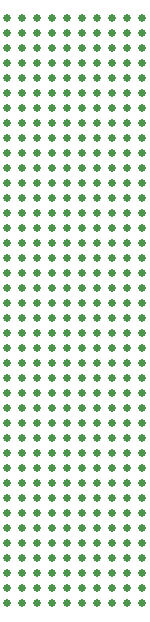
<source format=gbr>
%TF.GenerationSoftware,KiCad,Pcbnew,(6.0.9-0)*%
%TF.CreationDate,2022-12-19T16:35:09-05:00*%
%TF.ProjectId,ember-pcb,656d6265-722d-4706-9362-2e6b69636164,rev?*%
%TF.SameCoordinates,Original*%
%TF.FileFunction,Paste,Bot*%
%TF.FilePolarity,Positive*%
%FSLAX46Y46*%
G04 Gerber Fmt 4.6, Leading zero omitted, Abs format (unit mm)*
G04 Created by KiCad (PCBNEW (6.0.9-0)) date 2022-12-19 16:35:09*
%MOMM*%
%LPD*%
G01*
G04 APERTURE LIST*
%ADD10C,0.640000*%
G04 APERTURE END LIST*
D10*
%TO.C,J1*%
X76230000Y-118320000D03*
X76230000Y-117050000D03*
X76230000Y-115780000D03*
X76230000Y-114510000D03*
X76230000Y-113240000D03*
X76230000Y-111970000D03*
X76230000Y-110700000D03*
X76230000Y-109430000D03*
X76230000Y-108160000D03*
X76230000Y-106890000D03*
X76230000Y-105620000D03*
X76230000Y-104350000D03*
X76230000Y-103080000D03*
X76230000Y-101810000D03*
X76230000Y-100540000D03*
X76230000Y-99270000D03*
X76230000Y-98000000D03*
X76230000Y-96730000D03*
X76230000Y-95460000D03*
X76230000Y-94195000D03*
X76230000Y-92915000D03*
X76230000Y-91650000D03*
X76230000Y-90380000D03*
X76230000Y-89110000D03*
X76230000Y-87840000D03*
X76230000Y-86570000D03*
X76230000Y-85300000D03*
X76230000Y-84030000D03*
X76230000Y-82760000D03*
X76230000Y-81490000D03*
X76230000Y-80220000D03*
X76230000Y-78950000D03*
X76230000Y-77680000D03*
X76230000Y-76410000D03*
X76230000Y-75140000D03*
X76230000Y-73870000D03*
X76230000Y-72600000D03*
X76230000Y-71330000D03*
X76230000Y-70060000D03*
X76230000Y-68790000D03*
X77500000Y-118320000D03*
X77500000Y-117050000D03*
X77500000Y-115780000D03*
X77500000Y-114510000D03*
X77500000Y-113240000D03*
X77500000Y-111970000D03*
X77500000Y-110700000D03*
X77500000Y-109430000D03*
X77500000Y-108160000D03*
X77500000Y-106890000D03*
X77500000Y-105620000D03*
X77500000Y-104350000D03*
X77500000Y-103080000D03*
X77500000Y-101810000D03*
X77500000Y-100540000D03*
X77500000Y-99270000D03*
X77500000Y-98000000D03*
X77500000Y-96730000D03*
X77500000Y-95460000D03*
X77500000Y-94195000D03*
X77500000Y-92915000D03*
X77500000Y-91650000D03*
X77500000Y-90380000D03*
X77500000Y-89110000D03*
X77500000Y-87840000D03*
X77500000Y-86570000D03*
X77500000Y-85300000D03*
X77500000Y-84030000D03*
X77500000Y-82760000D03*
X77500000Y-81490000D03*
X77500000Y-80220000D03*
X77500000Y-78950000D03*
X77500000Y-77680000D03*
X77500000Y-76410000D03*
X77500000Y-75140000D03*
X77500000Y-73870000D03*
X77500000Y-72600000D03*
X77500000Y-71330000D03*
X77500000Y-70060000D03*
X77500000Y-68790000D03*
X78770000Y-118320000D03*
X78770000Y-117050000D03*
X78770000Y-115780000D03*
X78770000Y-114510000D03*
X78770000Y-113240000D03*
X78770000Y-111970000D03*
X78770000Y-110700000D03*
X78770000Y-109430000D03*
X78770000Y-108160000D03*
X78770000Y-106890000D03*
X78770000Y-105620000D03*
X78770000Y-104350000D03*
X78770000Y-103080000D03*
X78770000Y-101810000D03*
X78770000Y-100540000D03*
X78770000Y-99270000D03*
X78770000Y-98000000D03*
X78770000Y-96730000D03*
X78770000Y-95460000D03*
X78770000Y-94195000D03*
X78770000Y-92915000D03*
X78770000Y-91650000D03*
X78770000Y-90380000D03*
X78770000Y-89110000D03*
X78770000Y-87840000D03*
X78770000Y-86570000D03*
X78770000Y-85300000D03*
X78770000Y-84030000D03*
X78770000Y-82760000D03*
X78770000Y-81490000D03*
X78770000Y-80220000D03*
X78770000Y-78950000D03*
X78770000Y-77680000D03*
X78770000Y-76410000D03*
X78770000Y-75140000D03*
X78770000Y-73870000D03*
X78770000Y-72600000D03*
X78770000Y-71330000D03*
X78770000Y-70060000D03*
X78770000Y-68790000D03*
X80040000Y-118320000D03*
X80040000Y-117050000D03*
X80040000Y-115780000D03*
X80040000Y-114510000D03*
X80040000Y-113240000D03*
X80040000Y-111970000D03*
X80040000Y-110700000D03*
X80040000Y-109430000D03*
X80040000Y-108160000D03*
X80040000Y-106890000D03*
X80040000Y-105620000D03*
X80040000Y-104350000D03*
X80040000Y-103080000D03*
X80040000Y-101810000D03*
X80040000Y-100540000D03*
X80040000Y-99270000D03*
X80040000Y-98000000D03*
X80040000Y-96730000D03*
X80040000Y-95460000D03*
X80040000Y-94195000D03*
X80040000Y-92915000D03*
X80040000Y-91650000D03*
X80040000Y-90380000D03*
X80040000Y-89110000D03*
X80040000Y-87840000D03*
X80040000Y-86570000D03*
X80040000Y-85300000D03*
X80040000Y-84030000D03*
X80040000Y-82760000D03*
X80040000Y-81490000D03*
X80040000Y-80220000D03*
X80040000Y-78950000D03*
X80040000Y-77680000D03*
X80040000Y-76410000D03*
X80040000Y-75140000D03*
X80040000Y-73870000D03*
X80040000Y-72600000D03*
X80040000Y-71330000D03*
X80040000Y-70060000D03*
X80040000Y-68790000D03*
X81305000Y-118320000D03*
X81305000Y-117050000D03*
X81305000Y-115780000D03*
X81305000Y-114510000D03*
X81305000Y-113240000D03*
X81305000Y-111970000D03*
X81305000Y-110700000D03*
X81305000Y-109430000D03*
X81305000Y-108160000D03*
X81305000Y-106890000D03*
X81305000Y-105620000D03*
X81305000Y-104350000D03*
X81305000Y-103080000D03*
X81305000Y-101810000D03*
X81305000Y-100540000D03*
X81305000Y-99270000D03*
X81305000Y-98000000D03*
X81305000Y-96730000D03*
X81305000Y-95460000D03*
X81305000Y-94195000D03*
X81305000Y-92915000D03*
X81305000Y-91650000D03*
X81305000Y-90380000D03*
X81305000Y-89110000D03*
X81305000Y-87840000D03*
X81305000Y-86570000D03*
X81305000Y-85300000D03*
X81305000Y-84030000D03*
X81305000Y-82760000D03*
X81305000Y-81490000D03*
X81305000Y-80220000D03*
X81305000Y-78950000D03*
X81305000Y-77680000D03*
X81305000Y-76410000D03*
X81305000Y-75140000D03*
X81305000Y-73870000D03*
X81305000Y-72600000D03*
X81305000Y-71330000D03*
X81305000Y-70060000D03*
X81305000Y-68790000D03*
X82585000Y-118320000D03*
X82585000Y-117050000D03*
X82585000Y-115780000D03*
X82585000Y-114510000D03*
X82585000Y-113240000D03*
X82585000Y-111970000D03*
X82585000Y-110700000D03*
X82585000Y-109430000D03*
X82585000Y-108160000D03*
X82585000Y-106890000D03*
X82585000Y-105620000D03*
X82585000Y-104350000D03*
X82585000Y-103080000D03*
X82585000Y-101810000D03*
X82585000Y-100540000D03*
X82585000Y-99270000D03*
X82585000Y-98000000D03*
X82585000Y-96730000D03*
X82585000Y-95460000D03*
X82585000Y-94195000D03*
X82585000Y-92915000D03*
X82585000Y-91650000D03*
X82585000Y-90380000D03*
X82585000Y-89110000D03*
X82585000Y-87840000D03*
X82585000Y-86570000D03*
X82585000Y-85300000D03*
X82585000Y-84030000D03*
X82585000Y-82760000D03*
X82585000Y-81490000D03*
X82585000Y-80220000D03*
X82585000Y-78950000D03*
X82585000Y-77680000D03*
X82585000Y-76410000D03*
X82585000Y-75140000D03*
X82585000Y-73870000D03*
X82585000Y-72600000D03*
X82585000Y-71330000D03*
X82585000Y-70060000D03*
X82585000Y-68790000D03*
X83850000Y-118320000D03*
X83850000Y-117050000D03*
X83850000Y-115780000D03*
X83850000Y-114510000D03*
X83850000Y-113240000D03*
X83850000Y-111970000D03*
X83850000Y-110700000D03*
X83850000Y-109430000D03*
X83850000Y-108160000D03*
X83850000Y-106890000D03*
X83850000Y-105620000D03*
X83850000Y-104350000D03*
X83850000Y-103080000D03*
X83850000Y-101810000D03*
X83850000Y-100540000D03*
X83850000Y-99270000D03*
X83850000Y-98000000D03*
X83850000Y-96730000D03*
X83850000Y-95460000D03*
X83850000Y-94195000D03*
X83850000Y-92915000D03*
X83850000Y-91650000D03*
X83850000Y-90380000D03*
X83850000Y-89110000D03*
X83850000Y-87840000D03*
X83850000Y-86570000D03*
X83850000Y-85300000D03*
X83850000Y-84030000D03*
X83850000Y-82760000D03*
X83850000Y-81490000D03*
X83850000Y-80220000D03*
X83850000Y-78950000D03*
X83850000Y-77680000D03*
X83850000Y-76410000D03*
X83850000Y-75140000D03*
X83850000Y-73870000D03*
X83850000Y-72600000D03*
X83850000Y-71330000D03*
X83850000Y-70060000D03*
X83850000Y-68790000D03*
X85120000Y-118320000D03*
X85120000Y-117050000D03*
X85120000Y-115780000D03*
X85120000Y-114510000D03*
X85120000Y-113240000D03*
X85120000Y-111970000D03*
X85120000Y-110700000D03*
X85120000Y-109430000D03*
X85120000Y-108160000D03*
X85120000Y-106890000D03*
X85120000Y-105620000D03*
X85120000Y-104350000D03*
X85120000Y-103080000D03*
X85120000Y-101810000D03*
X85120000Y-100540000D03*
X85120000Y-99270000D03*
X85120000Y-98000000D03*
X85120000Y-96730000D03*
X85120000Y-95460000D03*
X85120000Y-94195000D03*
X85120000Y-92915000D03*
X85120000Y-91650000D03*
X85120000Y-90380000D03*
X85120000Y-89110000D03*
X85120000Y-87840000D03*
X85120000Y-86570000D03*
X85120000Y-85300000D03*
X85120000Y-84030000D03*
X85120000Y-82760000D03*
X85120000Y-81490000D03*
X85120000Y-80220000D03*
X85120000Y-78950000D03*
X85120000Y-77680000D03*
X85120000Y-76410000D03*
X85120000Y-75140000D03*
X85120000Y-73870000D03*
X85120000Y-72600000D03*
X85120000Y-71330000D03*
X85120000Y-70060000D03*
X85120000Y-68790000D03*
X86390000Y-118320000D03*
X86390000Y-117050000D03*
X86390000Y-115780000D03*
X86390000Y-114510000D03*
X86390000Y-113240000D03*
X86390000Y-111970000D03*
X86390000Y-110700000D03*
X86390000Y-109430000D03*
X86390000Y-108160000D03*
X86390000Y-106890000D03*
X86390000Y-105620000D03*
X86390000Y-104350000D03*
X86390000Y-103080000D03*
X86390000Y-101810000D03*
X86390000Y-100540000D03*
X86390000Y-99270000D03*
X86390000Y-98000000D03*
X86390000Y-96730000D03*
X86390000Y-95460000D03*
X86390000Y-94195000D03*
X86390000Y-92915000D03*
X86390000Y-91650000D03*
X86390000Y-90380000D03*
X86390000Y-89110000D03*
X86390000Y-87840000D03*
X86390000Y-86570000D03*
X86390000Y-85300000D03*
X86390000Y-84030000D03*
X86390000Y-82760000D03*
X86390000Y-81490000D03*
X86390000Y-80220000D03*
X86390000Y-78950000D03*
X86390000Y-77680000D03*
X86390000Y-76410000D03*
X86390000Y-75140000D03*
X86390000Y-73870000D03*
X86390000Y-72600000D03*
X86390000Y-71330000D03*
X86390000Y-70060000D03*
X86390000Y-68790000D03*
X87660000Y-118320000D03*
X87660000Y-117050000D03*
X87660000Y-115780000D03*
X87660000Y-114510000D03*
X87660000Y-113240000D03*
X87660000Y-111970000D03*
X87660000Y-110700000D03*
X87660000Y-109430000D03*
X87660000Y-108160000D03*
X87660000Y-106890000D03*
X87660000Y-105620000D03*
X87660000Y-104350000D03*
X87660000Y-103080000D03*
X87660000Y-101810000D03*
X87660000Y-100540000D03*
X87660000Y-99270000D03*
X87660000Y-98000000D03*
X87660000Y-96730000D03*
X87660000Y-95460000D03*
X87660000Y-94195000D03*
X87660000Y-92915000D03*
X87660000Y-91650000D03*
X87660000Y-90380000D03*
X87660000Y-89110000D03*
X87660000Y-87840000D03*
X87660000Y-86570000D03*
X87660000Y-85300000D03*
X87660000Y-84030000D03*
X87660000Y-82760000D03*
X87660000Y-81490000D03*
X87660000Y-80220000D03*
X87660000Y-78950000D03*
X87660000Y-77680000D03*
X87660000Y-76410000D03*
X87660000Y-75140000D03*
X87660000Y-73870000D03*
X87660000Y-72600000D03*
X87660000Y-71330000D03*
X87660000Y-70060000D03*
X87660000Y-68790000D03*
%TD*%
M02*

</source>
